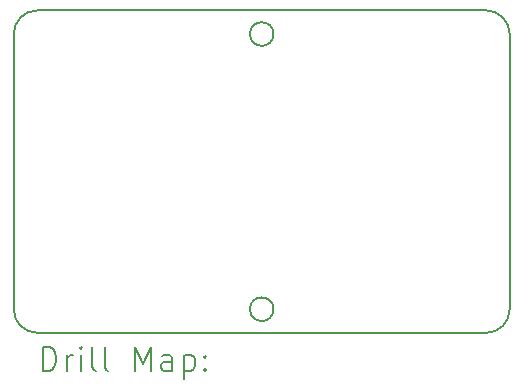
<source format=gbr>
%FSLAX45Y45*%
G04 Gerber Fmt 4.5, Leading zero omitted, Abs format (unit mm)*
G04 Created by KiCad (PCBNEW (6.0.2)) date 2022-03-23 02:53:55*
%MOMM*%
%LPD*%
G01*
G04 APERTURE LIST*
%TA.AperFunction,Profile*%
%ADD10C,0.200000*%
%TD*%
%ADD11C,0.200000*%
G04 APERTURE END LIST*
D10*
X18350000Y-6850000D02*
G75*
G03*
X18150000Y-6650000I-200000J0D01*
G01*
X14350000Y-6650000D02*
X18150000Y-6650000D01*
X18150000Y-9380000D02*
X14350000Y-9380000D01*
X16350000Y-9180000D02*
G75*
G03*
X16350000Y-9180000I-100000J0D01*
G01*
X14350000Y-6650000D02*
G75*
G03*
X14150000Y-6850000I0J-200000D01*
G01*
X14150000Y-9180000D02*
X14150000Y-6850000D01*
X18350000Y-6850000D02*
X18350000Y-9180000D01*
X18150000Y-9380000D02*
G75*
G03*
X18350000Y-9180000I0J200000D01*
G01*
X16350000Y-6850000D02*
G75*
G03*
X16350000Y-6850000I-100000J0D01*
G01*
X14150000Y-9180000D02*
G75*
G03*
X14350000Y-9380000I200000J0D01*
G01*
D11*
X14397619Y-9700476D02*
X14397619Y-9500476D01*
X14445238Y-9500476D01*
X14473809Y-9510000D01*
X14492857Y-9529048D01*
X14502381Y-9548095D01*
X14511905Y-9586190D01*
X14511905Y-9614762D01*
X14502381Y-9652857D01*
X14492857Y-9671905D01*
X14473809Y-9690952D01*
X14445238Y-9700476D01*
X14397619Y-9700476D01*
X14597619Y-9700476D02*
X14597619Y-9567143D01*
X14597619Y-9605238D02*
X14607143Y-9586190D01*
X14616667Y-9576667D01*
X14635714Y-9567143D01*
X14654762Y-9567143D01*
X14721428Y-9700476D02*
X14721428Y-9567143D01*
X14721428Y-9500476D02*
X14711905Y-9510000D01*
X14721428Y-9519524D01*
X14730952Y-9510000D01*
X14721428Y-9500476D01*
X14721428Y-9519524D01*
X14845238Y-9700476D02*
X14826190Y-9690952D01*
X14816667Y-9671905D01*
X14816667Y-9500476D01*
X14950000Y-9700476D02*
X14930952Y-9690952D01*
X14921428Y-9671905D01*
X14921428Y-9500476D01*
X15178571Y-9700476D02*
X15178571Y-9500476D01*
X15245238Y-9643333D01*
X15311905Y-9500476D01*
X15311905Y-9700476D01*
X15492857Y-9700476D02*
X15492857Y-9595714D01*
X15483333Y-9576667D01*
X15464286Y-9567143D01*
X15426190Y-9567143D01*
X15407143Y-9576667D01*
X15492857Y-9690952D02*
X15473809Y-9700476D01*
X15426190Y-9700476D01*
X15407143Y-9690952D01*
X15397619Y-9671905D01*
X15397619Y-9652857D01*
X15407143Y-9633810D01*
X15426190Y-9624286D01*
X15473809Y-9624286D01*
X15492857Y-9614762D01*
X15588095Y-9567143D02*
X15588095Y-9767143D01*
X15588095Y-9576667D02*
X15607143Y-9567143D01*
X15645238Y-9567143D01*
X15664286Y-9576667D01*
X15673809Y-9586190D01*
X15683333Y-9605238D01*
X15683333Y-9662381D01*
X15673809Y-9681429D01*
X15664286Y-9690952D01*
X15645238Y-9700476D01*
X15607143Y-9700476D01*
X15588095Y-9690952D01*
X15769048Y-9681429D02*
X15778571Y-9690952D01*
X15769048Y-9700476D01*
X15759524Y-9690952D01*
X15769048Y-9681429D01*
X15769048Y-9700476D01*
X15769048Y-9576667D02*
X15778571Y-9586190D01*
X15769048Y-9595714D01*
X15759524Y-9586190D01*
X15769048Y-9576667D01*
X15769048Y-9595714D01*
M02*

</source>
